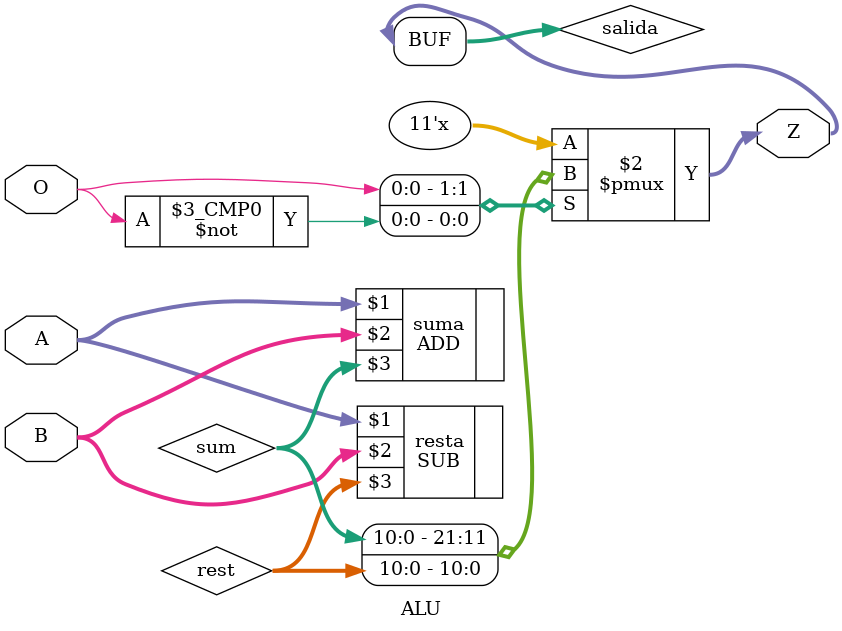
<source format=v>
`timescale 1ns / 1ps
module ALU(
    input signed [10:0] A,
    input signed [10:0] B,
    input O,
    output signed [10:0] Z
    );
	 
	 wire [10:0] sum, rest; //, y, o, x, s1,s2,no;
	 reg  [10:0] salida;	
	 ADD suma(A,B,sum);
	 SUB resta(A,B,rest);
//	 AND and1(A,B,y);
//	 OR  or1(A,B,o);
//	 XOR xor1(A,B,x);
//	 SRA sra1(A,B,s1);
//	 SRL srl1(A,B,s2);
//	 NOR nor1(A,B,no);

	 assign Z=salida;
	 
	always @(*)
	begin
	case(O)
	1'b1: salida = sum;			//suma
	1'b0: salida = rest;			//resta

//	8'b00100001: salida = s2;			//srl
//	8'b00100011: salida = s1;        //sra
//	8'b00100100: salida = y;			//and
//	8'b00100101: salida = o;			//or
//	8'b00100110: salida = x;			//xor
//	8'b00100111: salida = no;			//nor
	default 	  : salida = 0;
	endcase
	end
endmodule

</source>
